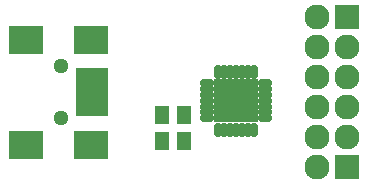
<source format=gts>
G04 #@! TF.FileFunction,Soldermask,Top*
%FSLAX46Y46*%
G04 Gerber Fmt 4.6, Leading zero omitted, Abs format (unit mm)*
G04 Created by KiCad (PCBNEW 4.0.1-product) date Wed 24 Feb 2016 04:31:22 PM PST*
%MOMM*%
G01*
G04 APERTURE LIST*
%ADD10C,0.100000*%
%ADD11R,2.701240X0.900380*%
%ADD12R,2.899360X2.398980*%
%ADD13C,1.299160*%
%ADD14R,1.300000X1.600000*%
%ADD15O,0.700000X1.250000*%
%ADD16O,1.250000X0.700000*%
%ADD17R,2.075000X2.075000*%
%ADD18O,2.127200X2.127200*%
%ADD19R,2.127200X2.127200*%
G04 APERTURE END LIST*
D10*
D11*
X77449320Y-47399800D03*
X77449320Y-48199900D03*
X77449320Y-49000000D03*
X77449320Y-49800100D03*
X77449320Y-50600200D03*
D12*
X77350260Y-44549920D03*
X71851160Y-44549920D03*
X77350260Y-53450080D03*
X71851160Y-53450080D03*
D13*
X74850900Y-46800360D03*
X74850900Y-51199640D03*
D14*
X83400000Y-53100000D03*
X83400000Y-50900000D03*
X85200000Y-50900000D03*
X85200000Y-53100000D03*
D15*
X91128533Y-47253565D03*
X90628533Y-47253565D03*
X90128533Y-47253565D03*
X89628533Y-47253565D03*
X89128533Y-47253565D03*
X88628533Y-47253565D03*
X88128533Y-47253565D03*
D16*
X87178533Y-48203565D03*
X87178533Y-48703565D03*
X87178533Y-49203565D03*
X87178533Y-49703565D03*
X87178533Y-50203565D03*
X87178533Y-50703565D03*
X87178533Y-51203565D03*
D15*
X88128533Y-52153565D03*
X88628533Y-52153565D03*
X89128533Y-52153565D03*
X89628533Y-52153565D03*
X90128533Y-52153565D03*
X90628533Y-52153565D03*
X91128533Y-52153565D03*
D16*
X92078533Y-51203565D03*
X92078533Y-50703565D03*
X92078533Y-50203565D03*
X92078533Y-49703565D03*
X92078533Y-49203565D03*
X92078533Y-48703565D03*
X92078533Y-48203565D03*
D17*
X88791033Y-50541065D03*
X90466033Y-50541065D03*
X88791033Y-48866065D03*
X90466033Y-48866065D03*
D18*
X96460000Y-55330000D03*
D19*
X99000000Y-55330000D03*
D18*
X96460000Y-52790000D03*
X99000000Y-52790000D03*
X96460000Y-50250000D03*
X99000000Y-50250000D03*
X96460000Y-47710000D03*
X99000000Y-47710000D03*
X96460000Y-45170000D03*
X99000000Y-45170000D03*
X96460000Y-42630000D03*
D19*
X99000000Y-42630000D03*
M02*

</source>
